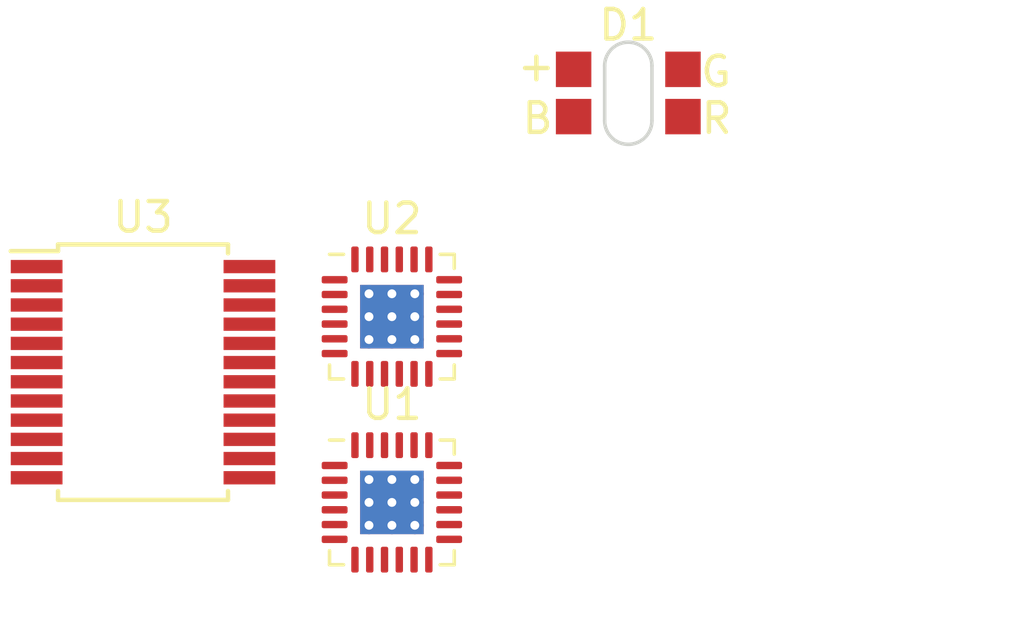
<source format=kicad_pcb>
(kicad_pcb (version 20211014) (generator pcbnew)
  (layers (0 "F.Cu" signal) (31 "B.Cu" signal) (34 "B.Paste" user) (35 "F.Paste" user) (36 "B.SilkS" user "B.Silkscreen") (37 "F.SilkS" user "F.Silkscreen") (38 "B.Mask" user) (39 "F.Mask" user) (44 "Edge.Cuts" user))
  (net 0 "")
  (footprint "Package_DFN_QFN:QFN-24-1EP_4x4mm_P0.5mm_EP2.15x2.15mm_ThermalVias" (layer "F.Cu") (at 97.158 66.696)
    (fp_text reference "U1" (at 0 -3.32) (layer "F.SilkS"))
    (fp_text value "PCAL6416AFH")
    (fp_line (start 1.635 2.11) (end 2.11 2.11) (layer "F.SilkS") (width 0.12))
    (fp_line (start 2.11 2.11) (end 2.11 1.635) (layer "F.SilkS") (width 0.12))
    (fp_line (start -1.635 -2.11) (end -2.11 -2.11) (layer "F.SilkS") (width 0.12))
    (fp_line (start -1.635 2.11) (end -2.11 2.11) (layer "F.SilkS") (width 0.12))
    (fp_line (start -2.11 2.11) (end -2.11 1.635) (layer "F.SilkS") (width 0.12))
    (fp_line (start 1.635 -2.11) (end 2.11 -2.11) (layer "F.SilkS") (width 0.12))
    (fp_line (start 2.11 -2.11) (end 2.11 -1.635) (layer "F.SilkS") (width 0.12))
    (pad "1" smd roundrect (at -1.9375 -1.25) (size 0.875 0.25) (layers "F.Cu" "F.Paste" "F.Mask"))
    (pad "2" smd roundrect (at -1.9375 -0.75) (size 0.875 0.25) (layers "F.Cu" "F.Paste" "F.Mask"))
    (pad "3" smd roundrect (at -1.9375 -0.25) (size 0.875 0.25) (layers "F.Cu" "F.Paste" "F.Mask"))
    (pad "4" smd roundrect (at -1.9375 0.25) (size 0.875 0.25) (layers "F.Cu" "F.Paste" "F.Mask"))
    (pad "5" smd roundrect (at -1.9375 0.75) (size 0.875 0.25) (layers "F.Cu" "F.Paste" "F.Mask"))
    (pad "6" smd roundrect (at -1.9375 1.25) (size 0.875 0.25) (layers "F.Cu" "F.Paste" "F.Mask"))
    (pad "7" smd roundrect (at -1.25 1.9375) (size 0.25 0.875) (layers "F.Cu" "F.Paste" "F.Mask"))
    (pad "8" smd roundrect (at -0.75 1.9375) (size 0.25 0.875) (layers "F.Cu" "F.Paste" "F.Mask"))
    (pad "9" smd roundrect (at -0.25 1.9375) (size 0.25 0.875) (layers "F.Cu" "F.Paste" "F.Mask"))
    (pad "10" smd roundrect (at 0.25 1.9375) (size 0.25 0.875) (layers "F.Cu" "F.Paste" "F.Mask"))
    (pad "11" smd roundrect (at 0.75 1.9375) (size 0.25 0.875) (layers "F.Cu" "F.Paste" "F.Mask"))
    (pad "12" smd roundrect (at 1.25 1.9375) (size 0.25 0.875) (layers "F.Cu" "F.Paste" "F.Mask"))
    (pad "13" smd roundrect (at 1.9375 1.25) (size 0.875 0.25) (layers "F.Cu" "F.Paste" "F.Mask"))
    (pad "14" smd roundrect (at 1.9375 0.75) (size 0.875 0.25) (layers "F.Cu" "F.Paste" "F.Mask"))
    (pad "15" smd roundrect (at 1.9375 0.25) (size 0.875 0.25) (layers "F.Cu" "F.Paste" "F.Mask"))
    (pad "16" smd roundrect (at 1.9375 -0.25) (size 0.875 0.25) (layers "F.Cu" "F.Paste" "F.Mask"))
    (pad "17" smd roundrect (at 1.9375 -0.75) (size 0.875 0.25) (layers "F.Cu" "F.Paste" "F.Mask"))
    (pad "18" smd roundrect (at 1.9375 -1.25) (size 0.875 0.25) (layers "F.Cu" "F.Paste" "F.Mask"))
    (pad "19" smd roundrect (at 1.25 -1.9375) (size 0.25 0.875) (layers "F.Cu" "F.Paste" "F.Mask"))
    (pad "20" smd roundrect (at 0.75 -1.9375) (size 0.25 0.875) (layers "F.Cu" "F.Paste" "F.Mask"))
    (pad "21" smd roundrect (at 0.25 -1.9375) (size 0.25 0.875) (layers "F.Cu" "F.Paste" "F.Mask"))
    (pad "22" smd roundrect (at -0.25 -1.9375) (size 0.25 0.875) (layers "F.Cu" "F.Paste" "F.Mask"))
    (pad "23" smd roundrect (at -0.75 -1.9375) (size 0.25 0.875) (layers "F.Cu" "F.Paste" "F.Mask"))
    (pad "24" smd roundrect (at -1.25 -1.9375) (size 0.25 0.875) (layers "F.Cu" "F.Paste" "F.Mask"))
    (pad "25" thru_hole circle (at 0 0.775) (size 0.6 0.6) (drill 0.3) (layers *.Cu))
    (pad "25" smd rect (at 0 0) (size 2.15 2.15) (layers "F.Cu" "F.Mask"))
    (pad "25" thru_hole circle (at 0 -0.775) (size 0.6 0.6) (drill 0.3) (layers *.Cu))
    (pad "25" thru_hole circle (at 0.775 0) (size 0.6 0.6) (drill 0.3) (layers *.Cu))
    (pad "25" smd rect (at 0 0) (size 2.15 2.15) (layers "B.Cu"))
    (pad "25" thru_hole circle (at 0 0) (size 0.6 0.6) (drill 0.3) (layers *.Cu))
    (pad "25" thru_hole circle (at -0.775 -0.775) (size 0.6 0.6) (drill 0.3) (layers *.Cu))
    (pad "25" thru_hole circle (at 0.775 -0.775) (size 0.6 0.6) (drill 0.3) (layers *.Cu))
    (pad "25" thru_hole circle (at -0.775 0.775) (size 0.6 0.6) (drill 0.3) (layers *.Cu))
    (pad "25" thru_hole circle (at -0.775 0) (size 0.6 0.6) (drill 0.3) (layers *.Cu))
    (pad "25" thru_hole circle (at 0.775 0.775) (size 0.6 0.6) (drill 0.3) (layers *.Cu))
  )
  (footprint "Package_DFN_QFN:QFN-24-1EP_4x4mm_P0.5mm_EP2.15x2.15mm_ThermalVias" (layer "F.Cu") (at 97.158 60.406)
    (fp_text reference "U2" (at 0 -3.32) (layer "F.SilkS"))
    (fp_text value "PCAL6416AFH")
    (fp_line (start 2.11 -2.11) (end 2.11 -1.635) (layer "F.SilkS") (width 0.12))
    (fp_line (start 1.635 -2.11) (end 2.11 -2.11) (layer "F.SilkS") (width 0.12))
    (fp_line (start -1.635 -2.11) (end -2.11 -2.11) (layer "F.SilkS") (width 0.12))
    (fp_line (start -1.635 2.11) (end -2.11 2.11) (layer "F.SilkS") (width 0.12))
    (fp_line (start 1.635 2.11) (end 2.11 2.11) (layer "F.SilkS") (width 0.12))
    (fp_line (start -2.11 2.11) (end -2.11 1.635) (layer "F.SilkS") (width 0.12))
    (fp_line (start 2.11 2.11) (end 2.11 1.635) (layer "F.SilkS") (width 0.12))
    (pad "1" smd roundrect (at -1.9375 -1.25) (size 0.875 0.25) (layers "F.Cu" "F.Paste" "F.Mask"))
    (pad "2" smd roundrect (at -1.9375 -0.75) (size 0.875 0.25) (layers "F.Cu" "F.Paste" "F.Mask"))
    (pad "3" smd roundrect (at -1.9375 -0.25) (size 0.875 0.25) (layers "F.Cu" "F.Paste" "F.Mask"))
    (pad "4" smd roundrect (at -1.9375 0.25) (size 0.875 0.25) (layers "F.Cu" "F.Paste" "F.Mask"))
    (pad "5" smd roundrect (at -1.9375 0.75) (size 0.875 0.25) (layers "F.Cu" "F.Paste" "F.Mask"))
    (pad "6" smd roundrect (at -1.9375 1.25) (size 0.875 0.25) (layers "F.Cu" "F.Paste" "F.Mask"))
    (pad "7" smd roundrect (at -1.25 1.9375) (size 0.25 0.875) (layers "F.Cu" "F.Paste" "F.Mask"))
    (pad "8" smd roundrect (at -0.75 1.9375) (size 0.25 0.875) (layers "F.Cu" "F.Paste" "F.Mask"))
    (pad "9" smd roundrect (at -0.25 1.9375) (size 0.25 0.875) (layers "F.Cu" "F.Paste" "F.Mask"))
    (pad "10" smd roundrect (at 0.25 1.9375) (size 0.25 0.875) (layers "F.Cu" "F.Paste" "F.Mask"))
    (pad "11" smd roundrect (at 0.75 1.9375) (size 0.25 0.875) (layers "F.Cu" "F.Paste" "F.Mask"))
    (pad "12" smd roundrect (at 1.25 1.9375) (size 0.25 0.875) (layers "F.Cu" "F.Paste" "F.Mask"))
    (pad "13" smd roundrect (at 1.9375 1.25) (size 0.875 0.25) (layers "F.Cu" "F.Paste" "F.Mask"))
    (pad "14" smd roundrect (at 1.9375 0.75) (size 0.875 0.25) (layers "F.Cu" "F.Paste" "F.Mask"))
    (pad "15" smd roundrect (at 1.9375 0.25) (size 0.875 0.25) (layers "F.Cu" "F.Paste" "F.Mask"))
    (pad "16" smd roundrect (at 1.9375 -0.25) (size 0.875 0.25) (layers "F.Cu" "F.Paste" "F.Mask"))
    (pad "17" smd roundrect (at 1.9375 -0.75) (size 0.875 0.25) (layers "F.Cu" "F.Paste" "F.Mask"))
    (pad "18" smd roundrect (at 1.9375 -1.25) (size 0.875 0.25) (layers "F.Cu" "F.Paste" "F.Mask"))
    (pad "19" smd roundrect (at 1.25 -1.9375) (size 0.25 0.875) (layers "F.Cu" "F.Paste" "F.Mask"))
    (pad "20" smd roundrect (at 0.75 -1.9375) (size 0.25 0.875) (layers "F.Cu" "F.Paste" "F.Mask"))
    (pad "21" smd roundrect (at 0.25 -1.9375) (size 0.25 0.875) (layers "F.Cu" "F.Paste" "F.Mask"))
    (pad "22" smd roundrect (at -0.25 -1.9375) (size 0.25 0.875) (layers "F.Cu" "F.Paste" "F.Mask"))
    (pad "23" smd roundrect (at -0.75 -1.9375) (size 0.25 0.875) (layers "F.Cu" "F.Paste" "F.Mask"))
    (pad "24" smd roundrect (at -1.25 -1.9375) (size 0.25 0.875) (layers "F.Cu" "F.Paste" "F.Mask"))
    (pad "25" thru_hole circle (at -0.775 0.775) (size 0.6 0.6) (drill 0.3) (layers *.Cu))
    (pad "25" thru_hole circle (at 0 0.775) (size 0.6 0.6) (drill 0.3) (layers *.Cu))
    (pad "25" thru_hole circle (at -0.775 0) (size 0.6 0.6) (drill 0.3) (layers *.Cu))
    (pad "25" smd rect (at 0 0) (size 2.15 2.15) (layers "F.Cu" "F.Mask"))
    (pad "25" thru_hole circle (at 0.775 0.775) (size 0.6 0.6) (drill 0.3) (layers *.Cu))
    (pad "25" thru_hole circle (at 0.775 0) (size 0.6 0.6) (drill 0.3) (layers *.Cu))
    (pad "25" smd rect (at 0 0) (size 2.15 2.15) (layers "B.Cu"))
    (pad "25" thru_hole circle (at 0 0) (size 0.6 0.6) (drill 0.3) (layers *.Cu))
    (pad "25" thru_hole circle (at 0 -0.775) (size 0.6 0.6) (drill 0.3) (layers *.Cu))
    (pad "25" thru_hole circle (at -0.775 -0.775) (size 0.6 0.6) (drill 0.3) (layers *.Cu))
    (pad "25" thru_hole circle (at 0.775 -0.775) (size 0.6 0.6) (drill 0.3) (layers *.Cu))
  )
  (footprint "00Project-LEDs:Wuerth-RGB-LED-156120M173000" (layer "F.Cu") (at 105.156 52.832)
    (fp_text reference "D1" (at 0 -2.3) (layer "F.SilkS"))
    (fp_text value "LED_RGBK_Wuerth_156120M173000")
    (fp_text user "B" (at -3.07 0.86 unlocked) (layer "F.SilkS"))
    (fp_text user "R" (at 2.99 0.86 unlocked) (layer "F.SilkS"))
    (fp_text user "+" (at -3.11 -0.92 unlocked) (layer "F.SilkS"))
    (fp_text user "G" (at 2.97 -0.72 unlocked) (layer "F.SilkS"))
    (fp_line (start 0.8 -0.92) (end 0.8 0.94) (layer "Edge.Cuts") (width 0.12))
    (fp_line (start -0.8 0.94) (end -0.8 -0.92) (layer "Edge.Cuts") (width 0.12))
    (fp_arc (start -0.8 -0.92) (mid 0 -1.72) (end 0.8 -0.92) (layer "Edge.Cuts") (width 0.12))
    (fp_arc (start 0.8 0.94) (mid 0 1.74) (end -0.8 0.94) (layer "Edge.Cuts") (width 0.12))
    (pad "1" smd rect (at -1.85 -0.8 180) (size 1.2 1.2) (layers "F.Cu" "F.Paste" "F.Mask"))
    (pad "2" smd rect (at -1.85 0.8 180) (size 1.2 1.2) (layers "F.Cu" "F.Paste" "F.Mask"))
    (pad "3" smd rect (at 1.85 0.8 180) (size 1.2 1.2) (layers "F.Cu" "F.Paste" "F.Mask"))
    (pad "4" smd rect (at 1.85 -0.8 180) (size 1.2 1.2) (layers "F.Cu" "F.Paste" "F.Mask"))
  )
  (footprint "Package_SO:SSOP-24_5.3x8.2mm_P0.65mm" (layer "F.Cu") (at 88.738 62.286)
    (fp_text reference "U3" (at 0 -5.25) (layer "F.SilkS"))
    (fp_text value "TCA9555DBR")
    (fp_line (start 2.875 4.325) (end 2.875 4.025) (layer "F.SilkS") (width 0.15))
    (fp_line (start -2.875 -4.325) (end 2.875 -4.325) (layer "F.SilkS") (width 0.15))
    (fp_line (start 2.875 -4.325) (end 2.875 -4.025) (layer "F.SilkS") (width 0.15))
    (fp_line (start -2.875 -4.325) (end -2.875 -4.1) (layer "F.SilkS") (width 0.15))
    (fp_line (start -2.875 4.325) (end 2.875 4.325) (layer "F.SilkS") (width 0.15))
    (fp_line (start -2.875 -4.1) (end -4.475 -4.1) (layer "F.SilkS") (width 0.15))
    (fp_line (start -2.875 4.325) (end -2.875 4.025) (layer "F.SilkS") (width 0.15))
    (pad "1" smd rect (at -3.6 -3.575) (size 1.75 0.45) (layers "F.Cu" "F.Paste" "F.Mask"))
    (pad "2" smd rect (at -3.6 -2.925) (size 1.75 0.45) (layers "F.Cu" "F.Paste" "F.Mask"))
    (pad "3" smd rect (at -3.6 -2.275) (size 1.75 0.45) (layers "F.Cu" "F.Paste" "F.Mask"))
    (pad "4" smd rect (at -3.6 -1.625) (size 1.75 0.45) (layers "F.Cu" "F.Paste" "F.Mask"))
    (pad "5" smd rect (at -3.6 -0.975) (size 1.75 0.45) (layers "F.Cu" "F.Paste" "F.Mask"))
    (pad "6" smd rect (at -3.6 -0.325) (size 1.75 0.45) (layers "F.Cu" "F.Paste" "F.Mask"))
    (pad "7" smd rect (at -3.6 0.325) (size 1.75 0.45) (layers "F.Cu" "F.Paste" "F.Mask"))
    (pad "8" smd rect (at -3.6 0.975) (size 1.75 0.45) (layers "F.Cu" "F.Paste" "F.Mask"))
    (pad "9" smd rect (at -3.6 1.625) (size 1.75 0.45) (layers "F.Cu" "F.Paste" "F.Mask"))
    (pad "10" smd rect (at -3.6 2.275) (size 1.75 0.45) (layers "F.Cu" "F.Paste" "F.Mask"))
    (pad "11" smd rect (at -3.6 2.925) (size 1.75 0.45) (layers "F.Cu" "F.Paste" "F.Mask"))
    (pad "12" smd rect (at -3.6 3.575) (size 1.75 0.45) (layers "F.Cu" "F.Paste" "F.Mask"))
    (pad "13" smd rect (at 3.6 3.575) (size 1.75 0.45) (layers "F.Cu" "F.Paste" "F.Mask"))
    (pad "14" smd rect (at 3.6 2.925) (size 1.75 0.45) (layers "F.Cu" "F.Paste" "F.Mask"))
    (pad "15" smd rect (at 3.6 2.275) (size 1.75 0.45) (layers "F.Cu" "F.Paste" "F.Mask"))
    (pad "16" smd rect (at 3.6 1.625) (size 1.75 0.45) (layers "F.Cu" "F.Paste" "F.Mask"))
    (pad "17" smd rect (at 3.6 0.975) (size 1.75 0.45) (layers "F.Cu" "F.Paste" "F.Mask"))
    (pad "18" smd rect (at 3.6 0.325) (size 1.75 0.45) (layers "F.Cu" "F.Paste" "F.Mask"))
    (pad "19" smd rect (at 3.6 -0.325) (size 1.75 0.45) (layers "F.Cu" "F.Paste" "F.Mask"))
    (pad "20" smd rect (at 3.6 -0.975) (size 1.75 0.45) (layers "F.Cu" "F.Paste" "F.Mask"))
    (pad "21" smd rect (at 3.6 -1.625) (size 1.75 0.45) (layers "F.Cu" "F.Paste" "F.Mask"))
    (pad "22" smd rect (at 3.6 -2.275) (size 1.75 0.45) (layers "F.Cu" "F.Paste" "F.Mask"))
    (pad "23" smd rect (at 3.6 -2.925) (size 1.75 0.45) (layers "F.Cu" "F.Paste" "F.Mask"))
    (pad "24" smd rect (at 3.6 -3.575) (size 1.75 0.45) (layers "F.Cu" "F.Paste" "F.Mask"))
  )
)
</source>
